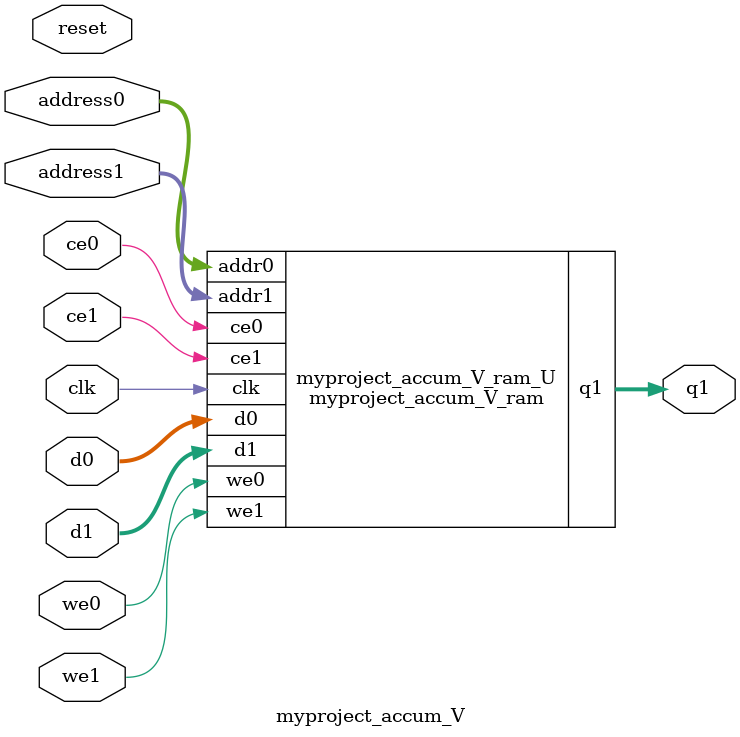
<source format=v>
`timescale 1 ns / 1 ps
module myproject_accum_V_ram (addr0, ce0, d0, we0, addr1, ce1, d1, we1, q1,  clk);

parameter DWIDTH = 30;
parameter AWIDTH = 3;
parameter MEM_SIZE = 5;

input[AWIDTH-1:0] addr0;
input ce0;
input[DWIDTH-1:0] d0;
input we0;
input[AWIDTH-1:0] addr1;
input ce1;
input[DWIDTH-1:0] d1;
input we1;
output reg[DWIDTH-1:0] q1;
input clk;

(* ram_style = "block" *)reg [DWIDTH-1:0] ram[0:MEM_SIZE-1];




always @(posedge clk)  
begin 
    if (ce0) begin
        if (we0) 
            ram[addr0] <= d0; 
    end
end


always @(posedge clk)  
begin 
    if (ce1) begin
        if (we1) 
            ram[addr1] <= d1; 
        q1 <= ram[addr1];
    end
end


endmodule

`timescale 1 ns / 1 ps
module myproject_accum_V(
    reset,
    clk,
    address0,
    ce0,
    we0,
    d0,
    address1,
    ce1,
    we1,
    d1,
    q1);

parameter DataWidth = 32'd30;
parameter AddressRange = 32'd5;
parameter AddressWidth = 32'd3;
input reset;
input clk;
input[AddressWidth - 1:0] address0;
input ce0;
input we0;
input[DataWidth - 1:0] d0;
input[AddressWidth - 1:0] address1;
input ce1;
input we1;
input[DataWidth - 1:0] d1;
output[DataWidth - 1:0] q1;



myproject_accum_V_ram myproject_accum_V_ram_U(
    .clk( clk ),
    .addr0( address0 ),
    .ce0( ce0 ),
    .we0( we0 ),
    .d0( d0 ),
    .addr1( address1 ),
    .ce1( ce1 ),
    .we1( we1 ),
    .d1( d1 ),
    .q1( q1 ));

endmodule


</source>
